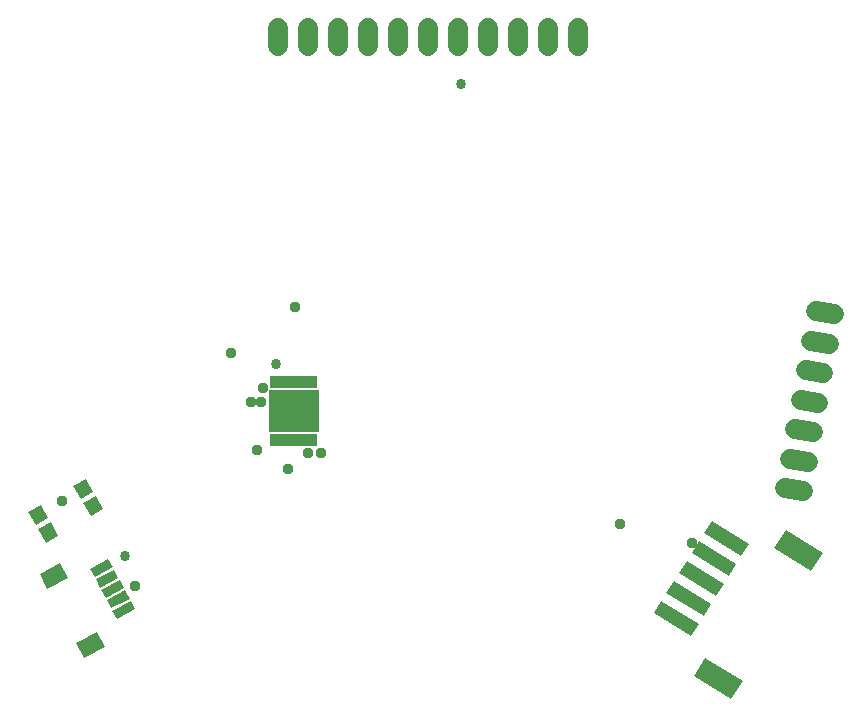
<source format=gbr>
G04 EAGLE Gerber X2 export*
%TF.Part,Single*%
%TF.FileFunction,Soldermask,Top,1*%
%TF.FilePolarity,Negative*%
%TF.GenerationSoftware,Autodesk,EAGLE,8.7.1*%
%TF.CreationDate,2019-11-11T18:06:01Z*%
G75*
%MOMM*%
%FSLAX34Y34*%
%LPD*%
%AMOC8*
5,1,8,0,0,1.08239X$1,22.5*%
G01*
%ADD10R,0.503200X1.053200*%
%ADD11R,4.203200X3.653200*%
%ADD12R,1.753200X0.803200*%
%ADD13R,2.003200X1.403200*%
%ADD14C,1.727200*%
%ADD15R,3.703200X1.203200*%
%ADD16R,3.703200X1.803200*%
%ADD17R,1.303200X1.203200*%
%ADD18C,0.959600*%
%ADD19C,0.859600*%


D10*
X-129006Y-24500D03*
X-124006Y-24500D03*
X-119006Y-24500D03*
X-114006Y-24500D03*
X-109006Y-24500D03*
X-104006Y-24500D03*
X-99006Y-24500D03*
X-94006Y-24500D03*
X-94006Y24500D03*
X-99006Y24500D03*
X-104006Y24500D03*
X-109006Y24500D03*
X-114006Y24500D03*
X-119006Y24500D03*
X-124006Y24500D03*
X-129006Y24500D03*
D11*
X-111506Y0D03*
D12*
G36*
X-264474Y-132299D02*
X-279953Y-140529D01*
X-283724Y-133437D01*
X-268245Y-125207D01*
X-264474Y-132299D01*
G37*
D13*
G36*
X-302280Y-141074D02*
X-319966Y-150478D01*
X-326554Y-138090D01*
X-308868Y-128686D01*
X-302280Y-141074D01*
G37*
G36*
X-271295Y-199348D02*
X-288981Y-208752D01*
X-295569Y-196364D01*
X-277883Y-186960D01*
X-271295Y-199348D01*
G37*
D12*
G36*
X-259780Y-141128D02*
X-275259Y-149358D01*
X-279030Y-142266D01*
X-263551Y-134036D01*
X-259780Y-141128D01*
G37*
G36*
X-255085Y-149958D02*
X-270564Y-158188D01*
X-274335Y-151096D01*
X-258856Y-142866D01*
X-255085Y-149958D01*
G37*
G36*
X-250390Y-158787D02*
X-265869Y-167017D01*
X-269640Y-159925D01*
X-254161Y-151695D01*
X-250390Y-158787D01*
G37*
G36*
X-245695Y-167617D02*
X-261174Y-175847D01*
X-264945Y-168755D01*
X-249466Y-160525D01*
X-245695Y-167617D01*
G37*
D14*
X-124806Y309549D02*
X-124806Y324789D01*
X-99406Y324789D02*
X-99406Y309549D01*
X-74006Y309549D02*
X-74006Y324789D01*
X-48606Y324789D02*
X-48606Y309549D01*
X-23206Y309549D02*
X-23206Y324789D01*
X2194Y324789D02*
X2194Y309549D01*
X27594Y309549D02*
X27594Y324789D01*
X52994Y324789D02*
X52994Y309549D01*
X78394Y309549D02*
X78394Y324789D01*
X103794Y324789D02*
X103794Y309549D01*
X129194Y309549D02*
X129194Y324789D01*
D15*
G36*
X225026Y-190585D02*
X193622Y-170962D01*
X199998Y-160759D01*
X231402Y-180382D01*
X225026Y-190585D01*
G37*
G36*
X235625Y-173624D02*
X204221Y-154001D01*
X210597Y-143798D01*
X242001Y-163421D01*
X235625Y-173624D01*
G37*
G36*
X246223Y-156663D02*
X214819Y-137040D01*
X221195Y-126837D01*
X252599Y-146460D01*
X246223Y-156663D01*
G37*
G36*
X256822Y-139702D02*
X225418Y-120079D01*
X231794Y-109876D01*
X263198Y-129499D01*
X256822Y-139702D01*
G37*
G36*
X267420Y-122741D02*
X236016Y-103118D01*
X242392Y-92915D01*
X273796Y-112538D01*
X267420Y-122741D01*
G37*
D16*
G36*
X326887Y-135138D02*
X295483Y-115516D01*
X305039Y-100224D01*
X336443Y-119846D01*
X326887Y-135138D01*
G37*
G36*
X259057Y-243688D02*
X227653Y-224066D01*
X237209Y-208774D01*
X268613Y-228396D01*
X259057Y-243688D01*
G37*
D14*
X330977Y84792D02*
X345985Y82145D01*
X341574Y57131D02*
X326566Y59777D01*
X322155Y34763D02*
X337164Y32117D01*
X332753Y7103D02*
X317745Y9749D01*
X313334Y-15265D02*
X328342Y-17911D01*
X323932Y-42925D02*
X308923Y-40279D01*
X304513Y-65293D02*
X319521Y-67939D01*
D17*
G36*
X-329581Y-96589D02*
X-336097Y-85303D01*
X-325677Y-79287D01*
X-319161Y-90573D01*
X-329581Y-96589D01*
G37*
G36*
X-321081Y-111311D02*
X-327597Y-100025D01*
X-317177Y-94009D01*
X-310661Y-105295D01*
X-321081Y-111311D01*
G37*
G36*
X-291376Y-74291D02*
X-297892Y-63005D01*
X-287472Y-56989D01*
X-280956Y-68275D01*
X-291376Y-74291D01*
G37*
G36*
X-282876Y-89014D02*
X-289392Y-77728D01*
X-278972Y-71712D01*
X-272456Y-82998D01*
X-282876Y-89014D01*
G37*
D18*
X225552Y-111760D03*
X-307847Y-75834D03*
X-245719Y-147870D03*
X-142150Y-32844D03*
X-164587Y49139D03*
X164592Y-95504D03*
X-115824Y-48768D03*
X-99060Y-35052D03*
D19*
X-254540Y-122866D03*
D18*
X-138684Y7620D03*
X-147828Y7620D03*
X-110254Y88565D03*
X-88392Y-35052D03*
X-137160Y19812D03*
D19*
X-126708Y39865D03*
X29903Y276796D03*
M02*

</source>
